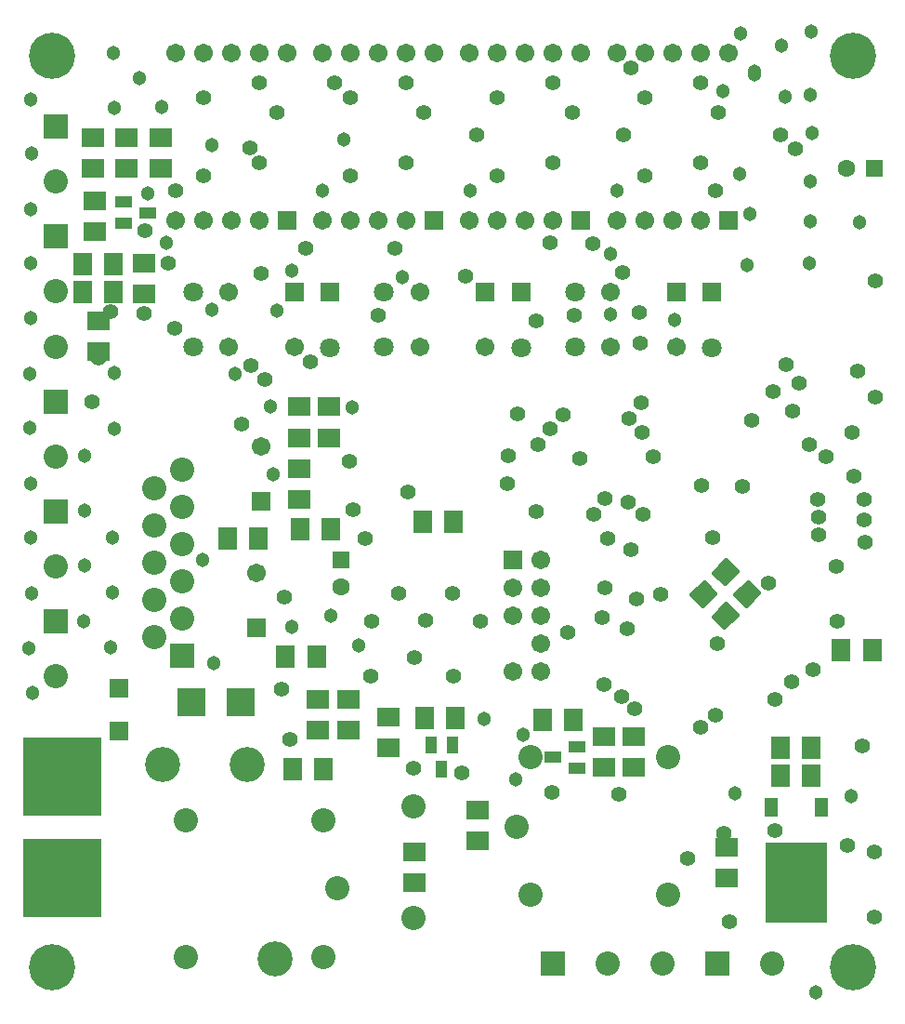
<source format=gbs>
%FSLAX43Y43*%
%MOMM*%
G71*
G01*
G75*
%ADD10C,0.300*%
%ADD11C,0.075*%
%ADD12R,0.600X2.200*%
%ADD13R,0.600X2.200*%
%ADD14R,1.800X1.600*%
%ADD15R,1.600X1.800*%
%ADD16R,1.300X0.850*%
%ADD17R,3.500X0.600*%
%ADD18R,1.600X1.000*%
%ADD19R,5.400X5.500*%
%ADD20C,0.254*%
%ADD21C,0.250*%
%ADD22C,0.400*%
%ADD23C,0.500*%
%ADD24C,2.000*%
%ADD25C,1.000*%
%ADD26C,0.600*%
%ADD27C,0.700*%
%ADD28C,1.500*%
%ADD29C,4.000*%
%ADD30C,0.800*%
%ADD31C,2.000*%
%ADD32R,2.000X2.000*%
%ADD33C,1.500*%
%ADD34R,1.500X1.500*%
%ADD35R,1.600X1.600*%
%ADD36C,1.600*%
%ADD37C,4.000*%
%ADD38R,7.000X7.000*%
%ADD39C,3.000*%
%ADD40C,1.500*%
%ADD41C,1.400*%
%ADD42R,1.400X1.400*%
%ADD43C,1.100*%
%ADD44C,1.200*%
%ADD45R,5.500X7.100*%
%ADD46R,1.000X1.600*%
%ADD47R,1.600X1.800*%
%ADD48R,0.850X1.300*%
%ADD49R,2.300X2.300*%
%ADD50R,0.803X2.403*%
%ADD51R,0.803X2.403*%
%ADD52R,2.003X1.803*%
%ADD53R,1.803X2.003*%
%ADD54R,1.503X1.053*%
%ADD55R,3.703X0.803*%
%ADD56R,1.803X1.203*%
%ADD57R,5.603X5.703*%
%ADD58C,2.203*%
%ADD59R,2.203X2.203*%
%ADD60C,1.703*%
%ADD61R,1.703X1.703*%
%ADD62R,1.803X1.803*%
%ADD63C,1.803*%
%ADD64C,4.203*%
%ADD65R,7.203X7.203*%
%ADD66C,3.203*%
%ADD67C,1.703*%
%ADD68C,1.603*%
%ADD69R,1.603X1.603*%
%ADD70C,1.303*%
%ADD71C,1.403*%
%ADD72R,5.703X7.303*%
%ADD73R,1.203X1.803*%
%ADD74R,1.803X2.003*%
%ADD75R,1.053X1.503*%
%ADD76R,2.503X2.503*%
D22*
X65874Y39556D02*
X64740Y38423D01*
X63748Y39415D01*
X64882Y40548D01*
X65874Y39556D01*
X65403D02*
X64740Y38894D01*
X64220Y39415D01*
X64882Y40077D01*
X65403Y39556D01*
X64931D02*
X64740Y39365D01*
X64691Y39415D01*
X64882Y39606D01*
X64931Y39556D01*
X64829Y39486D02*
X64793D01*
X67854Y37576D02*
X66720Y36443D01*
X65728Y37435D01*
X66862Y38569D01*
X67854Y37576D01*
X67383D02*
X66720Y36914D01*
X66200Y37435D01*
X66862Y38097D01*
X67383Y37576D01*
X66911D02*
X66720Y37386D01*
X66671Y37435D01*
X66862Y37626D01*
X66911Y37576D01*
X66809Y37506D02*
X66773D01*
X61745Y37412D02*
X62878Y38546D01*
X63870Y37554D01*
X62737Y36420D01*
X61745Y37412D01*
X62216D02*
X62878Y38075D01*
X63399Y37554D01*
X62737Y36891D01*
X62216Y37412D01*
X62687D02*
X62878Y37603D01*
X62928Y37554D01*
X62737Y37363D01*
X62687Y37412D01*
X62789Y37483D02*
X62825D01*
X63724Y35432D02*
X64858Y36566D01*
X65850Y35574D01*
X64717Y34440D01*
X63724Y35432D01*
X64196D02*
X64858Y36095D01*
X65379Y35574D01*
X64717Y34912D01*
X64196Y35432D01*
X64667D02*
X64858Y35623D01*
X64907Y35574D01*
X64717Y35383D01*
X64667Y35432D01*
X64769Y35503D02*
X64805D01*
D52*
X34167Y26280D02*
D03*
X56498Y24496D02*
D03*
Y21696D02*
D03*
X25972Y46097D02*
D03*
X25972Y48897D02*
D03*
X30480Y27905D02*
D03*
X30480Y25105D02*
D03*
X7165Y76188D02*
D03*
Y78988D02*
D03*
X13380Y76205D02*
D03*
X13380Y79005D02*
D03*
X7680Y59505D02*
D03*
X7680Y62305D02*
D03*
X25980Y54505D02*
D03*
Y51705D02*
D03*
X28680Y54505D02*
D03*
X28680Y51705D02*
D03*
X27667Y25080D02*
D03*
X27667Y27880D02*
D03*
X10280Y76205D02*
D03*
X10280Y79005D02*
D03*
X11867Y67580D02*
D03*
X11867Y64780D02*
D03*
X7367Y73280D02*
D03*
X7367Y70480D02*
D03*
X64980Y14405D02*
D03*
X64980Y11605D02*
D03*
X36483Y11197D02*
D03*
Y13997D02*
D03*
X42265Y17788D02*
D03*
Y14988D02*
D03*
X34167Y23480D02*
D03*
X53780Y21705D02*
D03*
X53780Y24505D02*
D03*
D53*
X78196Y32402D02*
D03*
X75396D02*
D03*
X69887Y23507D02*
D03*
X72687Y23507D02*
D03*
X69887Y20907D02*
D03*
X72687Y20907D02*
D03*
X25386Y21486D02*
D03*
X27569Y31790D02*
D03*
X24769Y31790D02*
D03*
X28886Y43386D02*
D03*
X26086Y43386D02*
D03*
X28186Y21486D02*
D03*
X6286Y64986D02*
D03*
X9086Y64986D02*
D03*
X6286Y67486D02*
D03*
X9086Y67486D02*
D03*
X40261Y26199D02*
D03*
X37461Y26199D02*
D03*
X48212Y25993D02*
D03*
X51012Y25993D02*
D03*
X37286Y44086D02*
D03*
X40086Y44086D02*
D03*
D54*
X9972Y73144D02*
D03*
X12172Y72194D02*
D03*
X9972Y71244D02*
D03*
X51276Y21641D02*
D03*
X49076Y22591D02*
D03*
X51276Y23541D02*
D03*
D58*
X69100Y3800D02*
D03*
X3800Y74997D02*
D03*
X3799Y64999D02*
D03*
Y59999D02*
D03*
X3800Y49997D02*
D03*
X12804Y47120D02*
D03*
Y43720D02*
D03*
X15304Y42020D02*
D03*
X15304Y38620D02*
D03*
X15304Y48820D02*
D03*
Y35220D02*
D03*
X12804Y33520D02*
D03*
Y40320D02*
D03*
Y36920D02*
D03*
X15304Y45420D02*
D03*
X28204Y4390D02*
D03*
X29504Y10690D02*
D03*
X15704Y4390D02*
D03*
Y16890D02*
D03*
X3800Y29997D02*
D03*
Y39997D02*
D03*
X28204Y16890D02*
D03*
X47070Y10100D02*
D03*
X59570D02*
D03*
Y22600D02*
D03*
X45770Y16300D02*
D03*
X47070Y22600D02*
D03*
X59072Y3791D02*
D03*
X54072D02*
D03*
X36425Y18147D02*
D03*
X36425Y7947D02*
D03*
D59*
X64100Y3800D02*
D03*
X3800Y79997D02*
D03*
X3799Y69999D02*
D03*
X3800Y54997D02*
D03*
X15304Y31820D02*
D03*
X3800Y34997D02*
D03*
X3800Y44997D02*
D03*
X49072Y3791D02*
D03*
D60*
X24873Y86709D02*
D03*
X22333D02*
D03*
X17253Y86709D02*
D03*
X19793D02*
D03*
X14713Y71469D02*
D03*
X17253D02*
D03*
X19793D02*
D03*
X22333D02*
D03*
X14713Y86709D02*
D03*
X28121Y86709D02*
D03*
X35741Y71469D02*
D03*
X33201D02*
D03*
X30661D02*
D03*
X28121Y71469D02*
D03*
X33201Y86709D02*
D03*
X30661D02*
D03*
X35741Y86709D02*
D03*
X38281D02*
D03*
X41529Y86709D02*
D03*
X49149Y71469D02*
D03*
X46609D02*
D03*
X44069D02*
D03*
X41529D02*
D03*
X46609Y86709D02*
D03*
X44069Y86709D02*
D03*
X49149Y86709D02*
D03*
X51689D02*
D03*
X65097Y86709D02*
D03*
X62557D02*
D03*
X57477Y86709D02*
D03*
X60017D02*
D03*
X54937Y71469D02*
D03*
X57477D02*
D03*
X60017D02*
D03*
X62557D02*
D03*
X54937Y86709D02*
D03*
X25562Y59987D02*
D03*
X19562Y64987D02*
D03*
Y59987D02*
D03*
X42962D02*
D03*
X36962Y64987D02*
D03*
Y59987D02*
D03*
X60357Y59991D02*
D03*
X54357Y64991D02*
D03*
Y59991D02*
D03*
X22107Y39399D02*
D03*
X22489Y50890D02*
D03*
X45488Y38059D02*
D03*
X48028Y30439D02*
D03*
X45488Y35519D02*
D03*
D61*
X24873Y71469D02*
D03*
X38281Y71469D02*
D03*
X51689Y71469D02*
D03*
X65097Y71469D02*
D03*
X25562Y64987D02*
D03*
X42962D02*
D03*
X60357Y64991D02*
D03*
X9612Y28902D02*
D03*
Y25002D02*
D03*
X22107Y34399D02*
D03*
X22489Y45890D02*
D03*
X45488Y40599D02*
D03*
D62*
X28812Y64985D02*
D03*
X46212D02*
D03*
X63607Y64989D02*
D03*
D63*
X28812Y59905D02*
D03*
X16312Y64985D02*
D03*
Y59985D02*
D03*
X46212Y59905D02*
D03*
X33712Y64985D02*
D03*
X33712Y59985D02*
D03*
X63607Y59909D02*
D03*
X51107Y64989D02*
D03*
Y59989D02*
D03*
D64*
X3500Y3500D02*
D03*
X76500D02*
D03*
Y86500D02*
D03*
X3500D02*
D03*
D65*
X4403Y11606D02*
D03*
Y20806D02*
D03*
D66*
X13575Y21947D02*
D03*
X21225D02*
D03*
X23765Y4247D02*
D03*
D67*
X48028Y40599D02*
D03*
Y38059D02*
D03*
Y35519D02*
D03*
Y32979D02*
D03*
X45488Y30439D02*
D03*
D68*
X29792Y38089D02*
D03*
X75888Y76208D02*
D03*
D69*
X29792Y40589D02*
D03*
X78388Y76208D02*
D03*
D70*
X54374Y62909D02*
D03*
X60210Y62395D02*
D03*
X54374Y68407D02*
D03*
X18074Y78355D02*
D03*
X1675Y28495D02*
D03*
X73056Y1195D02*
D03*
X13874Y69457D02*
D03*
X77074Y71332D02*
D03*
X72506Y67595D02*
D03*
X30074Y78855D02*
D03*
X66108Y75695D02*
D03*
X72581Y74995D02*
D03*
X70274Y82754D02*
D03*
X67508Y84795D02*
D03*
Y84995D02*
D03*
X69974Y87428D02*
D03*
X28118Y74178D02*
D03*
X41539D02*
D03*
X54936D02*
D03*
X72706Y79395D02*
D03*
X72606Y71395D02*
D03*
X66833Y67395D02*
D03*
X67033Y72095D02*
D03*
X31417Y32795D02*
D03*
X28893Y35495D02*
D03*
X25294Y34495D02*
D03*
X76255Y19095D02*
D03*
X65683Y19295D02*
D03*
X8848Y32595D02*
D03*
X8974Y37588D02*
D03*
Y42612D02*
D03*
X6448Y40095D02*
D03*
Y45095D02*
D03*
X6348Y34995D02*
D03*
X1574Y37538D02*
D03*
X1500Y42595D02*
D03*
Y47495D02*
D03*
X1350Y32495D02*
D03*
X18174Y31164D02*
D03*
X17174Y40562D02*
D03*
X6448Y50095D02*
D03*
X9174Y52534D02*
D03*
X1474Y52634D02*
D03*
Y57533D02*
D03*
X9123Y57595D02*
D03*
X23374Y54533D02*
D03*
X20174Y57533D02*
D03*
X30817Y54495D02*
D03*
X23644Y48395D02*
D03*
X35416Y66295D02*
D03*
X25319Y66895D02*
D03*
X18074Y63356D02*
D03*
X23944Y63295D02*
D03*
X72574Y82926D02*
D03*
X72674Y88650D02*
D03*
X66174Y88525D02*
D03*
X64574Y83251D02*
D03*
X13497Y81795D02*
D03*
X9174Y81702D02*
D03*
X11474Y84451D02*
D03*
X9074Y86675D02*
D03*
X1525Y62595D02*
D03*
X1500Y67595D02*
D03*
Y72495D02*
D03*
X1625Y77595D02*
D03*
X1525Y82495D02*
D03*
X12172Y73895D02*
D03*
X45763Y20595D02*
D03*
X46374Y24666D02*
D03*
X42874Y26066D02*
D03*
D71*
X53774Y29218D02*
D03*
X53836Y37995D02*
D03*
X64858Y39415D02*
D03*
X62859Y37490D02*
D03*
X76874Y57760D02*
D03*
X57060Y60285D02*
D03*
X57010Y63134D02*
D03*
X57174Y54911D02*
D03*
X45874Y53836D02*
D03*
X31974Y42514D02*
D03*
X40040Y29995D02*
D03*
X32542D02*
D03*
X44974Y47488D02*
D03*
X47574Y45013D02*
D03*
X39974Y37565D02*
D03*
X35074Y37490D02*
D03*
X32574Y35016D02*
D03*
X37474Y35041D02*
D03*
X42539Y34995D02*
D03*
X40774Y21220D02*
D03*
X69382Y15895D02*
D03*
X65208Y7595D02*
D03*
X78374Y13946D02*
D03*
Y8073D02*
D03*
X49012Y19395D02*
D03*
X55086Y19195D02*
D03*
X63934Y26468D02*
D03*
X54136Y42489D02*
D03*
X72856Y30592D02*
D03*
X75006Y35016D02*
D03*
X74956Y40015D02*
D03*
X76530Y48163D02*
D03*
X76355Y52162D02*
D03*
X70957Y54111D02*
D03*
X67233Y53286D02*
D03*
X66358Y47288D02*
D03*
X62684Y47363D02*
D03*
X77330Y23669D02*
D03*
X78530Y55411D02*
D03*
X78480Y65958D02*
D03*
X68732Y38490D02*
D03*
X63659Y42589D02*
D03*
X58910Y37415D02*
D03*
X64084Y32917D02*
D03*
X66833Y37490D02*
D03*
X75331Y32417D02*
D03*
X70882Y29467D02*
D03*
X36516Y31717D02*
D03*
X36391Y21569D02*
D03*
X55336Y28143D02*
D03*
X56586Y26993D02*
D03*
X56511Y24444D02*
D03*
X62584Y25368D02*
D03*
X69157Y55936D02*
D03*
X22894Y57010D02*
D03*
X21569Y58235D02*
D03*
X71532Y56685D02*
D03*
X70332Y58360D02*
D03*
X74031Y49987D02*
D03*
X45038Y50062D02*
D03*
X25144Y24269D02*
D03*
X24419Y28818D02*
D03*
X75931Y14621D02*
D03*
X55886Y34316D02*
D03*
X50487Y33941D02*
D03*
X51062Y62859D02*
D03*
X33192Y62809D02*
D03*
X51537Y49762D02*
D03*
X58260Y49937D02*
D03*
X41139Y66405D02*
D03*
X55461Y66755D02*
D03*
X26562Y68924D02*
D03*
X52736Y69380D02*
D03*
X34691Y68955D02*
D03*
X48862Y69480D02*
D03*
X69882Y79302D02*
D03*
X55536Y79252D02*
D03*
X42164Y79277D02*
D03*
X71232Y77977D02*
D03*
X27018Y58632D02*
D03*
X11947Y70579D02*
D03*
X22544Y66655D02*
D03*
X14021Y67605D02*
D03*
X21469Y78052D02*
D03*
X11872Y63031D02*
D03*
X8815Y63189D02*
D03*
X56186Y85326D02*
D03*
X35741Y84001D02*
D03*
X22333Y84001D02*
D03*
X62557Y84001D02*
D03*
X49149Y84001D02*
D03*
X29243D02*
D03*
X30661Y82632D02*
D03*
X44069Y82632D02*
D03*
X57477Y82632D02*
D03*
X17253Y82632D02*
D03*
X14713Y74178D02*
D03*
X63934D02*
D03*
X57477Y75546D02*
D03*
X44069Y75546D02*
D03*
X30661Y75546D02*
D03*
X17253Y75546D02*
D03*
X62557Y76751D02*
D03*
X49149Y76751D02*
D03*
X35741Y76751D02*
D03*
X22333Y76751D02*
D03*
X7098Y54997D02*
D03*
X20770Y52909D02*
D03*
X24619Y37163D02*
D03*
X30892Y45111D02*
D03*
X30567Y49510D02*
D03*
X24744Y31790D02*
D03*
X23969Y81302D02*
D03*
X37365D02*
D03*
X50887D02*
D03*
X64184D02*
D03*
X7748Y58982D02*
D03*
X61359Y13369D02*
D03*
X64683Y15668D02*
D03*
X35916Y46760D02*
D03*
X14646Y61634D02*
D03*
X47613Y62309D02*
D03*
X47763Y51087D02*
D03*
X72481D02*
D03*
X57210Y52212D02*
D03*
X48887Y52512D02*
D03*
X56036Y53411D02*
D03*
X50012Y53761D02*
D03*
X57335Y44689D02*
D03*
X52811D02*
D03*
X55961Y45863D02*
D03*
X53811Y46163D02*
D03*
X77505Y44189D02*
D03*
X73306Y44489D02*
D03*
Y42864D02*
D03*
X77580Y42214D02*
D03*
X77455Y46088D02*
D03*
X73281D02*
D03*
X56760Y36991D02*
D03*
X56211Y41539D02*
D03*
X53561Y35291D02*
D03*
X69332Y27893D02*
D03*
D72*
X71300Y11181D02*
D03*
D73*
X69015Y18031D02*
D03*
X73585D02*
D03*
D74*
X19469Y42490D02*
D03*
X22269D02*
D03*
D75*
X39925Y23694D02*
D03*
X38025Y23694D02*
D03*
X38975Y21494D02*
D03*
D76*
X16148Y27596D02*
D03*
X20648D02*
D03*
M02*

</source>
